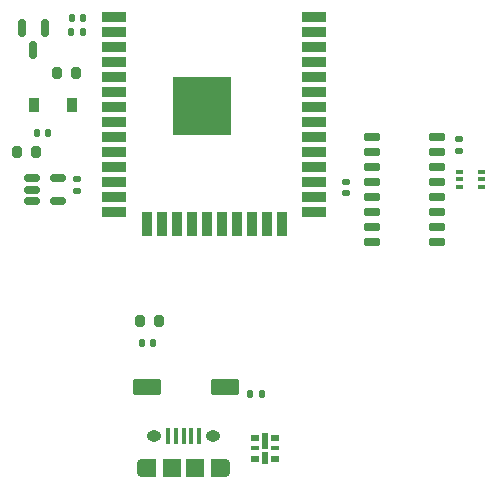
<source format=gbr>
%TF.GenerationSoftware,KiCad,Pcbnew,(6.0.0-0)*%
%TF.CreationDate,2022-09-01T13:13:12-04:00*%
%TF.ProjectId,Dome_Controller,446f6d65-5f43-46f6-9e74-726f6c6c6572,rev?*%
%TF.SameCoordinates,Original*%
%TF.FileFunction,Paste,Top*%
%TF.FilePolarity,Positive*%
%FSLAX46Y46*%
G04 Gerber Fmt 4.6, Leading zero omitted, Abs format (unit mm)*
G04 Created by KiCad (PCBNEW (6.0.0-0)) date 2022-09-01 13:13:12*
%MOMM*%
%LPD*%
G01*
G04 APERTURE LIST*
G04 Aperture macros list*
%AMRoundRect*
0 Rectangle with rounded corners*
0 $1 Rounding radius*
0 $2 $3 $4 $5 $6 $7 $8 $9 X,Y pos of 4 corners*
0 Add a 4 corners polygon primitive as box body*
4,1,4,$2,$3,$4,$5,$6,$7,$8,$9,$2,$3,0*
0 Add four circle primitives for the rounded corners*
1,1,$1+$1,$2,$3*
1,1,$1+$1,$4,$5*
1,1,$1+$1,$6,$7*
1,1,$1+$1,$8,$9*
0 Add four rect primitives between the rounded corners*
20,1,$1+$1,$2,$3,$4,$5,0*
20,1,$1+$1,$4,$5,$6,$7,0*
20,1,$1+$1,$6,$7,$8,$9,0*
20,1,$1+$1,$8,$9,$2,$3,0*%
G04 Aperture macros list end*
%ADD10C,0.010000*%
%ADD11RoundRect,0.140000X-0.170000X0.140000X-0.170000X-0.140000X0.170000X-0.140000X0.170000X0.140000X0*%
%ADD12RoundRect,0.200000X-0.200000X-0.275000X0.200000X-0.275000X0.200000X0.275000X-0.200000X0.275000X0*%
%ADD13O,0.890000X1.550000*%
%ADD14O,1.250000X0.950000*%
%ADD15R,0.400000X1.350000*%
%ADD16R,1.500000X1.550000*%
%ADD17R,1.200000X1.550000*%
%ADD18R,2.000000X0.900000*%
%ADD19R,0.900000X2.000000*%
%ADD20R,5.000000X5.000000*%
%ADD21RoundRect,0.140000X0.140000X0.170000X-0.140000X0.170000X-0.140000X-0.170000X0.140000X-0.170000X0*%
%ADD22RoundRect,0.083990X-1.126010X-0.556010X1.126010X-0.556010X1.126010X0.556010X-1.126010X0.556010X0*%
%ADD23R,0.914400X1.219200*%
%ADD24RoundRect,0.150000X-0.150000X0.587500X-0.150000X-0.587500X0.150000X-0.587500X0.150000X0.587500X0*%
%ADD25R,0.800000X0.500000*%
%ADD26R,0.500000X1.000000*%
%ADD27R,0.800000X0.300000*%
%ADD28R,0.500000X1.480000*%
%ADD29RoundRect,0.135000X-0.135000X-0.185000X0.135000X-0.185000X0.135000X0.185000X-0.135000X0.185000X0*%
%ADD30RoundRect,0.140000X-0.140000X-0.170000X0.140000X-0.170000X0.140000X0.170000X-0.140000X0.170000X0*%
%ADD31RoundRect,0.049600X-0.605400X-0.260400X0.605400X-0.260400X0.605400X0.260400X-0.605400X0.260400X0*%
%ADD32RoundRect,0.150000X-0.512500X-0.150000X0.512500X-0.150000X0.512500X0.150000X-0.512500X0.150000X0*%
%ADD33RoundRect,0.200000X0.200000X0.275000X-0.200000X0.275000X-0.200000X-0.275000X0.200000X-0.275000X0*%
G04 APERTURE END LIST*
D10*
%TO.C,U5*%
X139855000Y-83170800D02*
X140305000Y-83170800D01*
X140305000Y-83170800D02*
X140305000Y-83420800D01*
X140305000Y-83420800D02*
X139855000Y-83420800D01*
X139855000Y-83420800D02*
X139855000Y-83170800D01*
G36*
X140305000Y-83420800D02*
G01*
X139855000Y-83420800D01*
X139855000Y-83170800D01*
X140305000Y-83170800D01*
X140305000Y-83420800D01*
G37*
X140305000Y-83420800D02*
X139855000Y-83420800D01*
X139855000Y-83170800D01*
X140305000Y-83170800D01*
X140305000Y-83420800D01*
X139855000Y-83820800D02*
X140305000Y-83820800D01*
X140305000Y-83820800D02*
X140305000Y-84070800D01*
X140305000Y-84070800D02*
X139855000Y-84070800D01*
X139855000Y-84070800D02*
X139855000Y-83820800D01*
G36*
X140305000Y-84070800D02*
G01*
X139855000Y-84070800D01*
X139855000Y-83820800D01*
X140305000Y-83820800D01*
X140305000Y-84070800D01*
G37*
X140305000Y-84070800D02*
X139855000Y-84070800D01*
X139855000Y-83820800D01*
X140305000Y-83820800D01*
X140305000Y-84070800D01*
X138005000Y-84470800D02*
X138455000Y-84470800D01*
X138455000Y-84470800D02*
X138455000Y-84720800D01*
X138455000Y-84720800D02*
X138005000Y-84720800D01*
X138005000Y-84720800D02*
X138005000Y-84470800D01*
G36*
X138455000Y-84720800D02*
G01*
X138005000Y-84720800D01*
X138005000Y-84470800D01*
X138455000Y-84470800D01*
X138455000Y-84720800D01*
G37*
X138455000Y-84720800D02*
X138005000Y-84720800D01*
X138005000Y-84470800D01*
X138455000Y-84470800D01*
X138455000Y-84720800D01*
X138005000Y-83820800D02*
X138455000Y-83820800D01*
X138455000Y-83820800D02*
X138455000Y-84070800D01*
X138455000Y-84070800D02*
X138005000Y-84070800D01*
X138005000Y-84070800D02*
X138005000Y-83820800D01*
G36*
X138455000Y-84070800D02*
G01*
X138005000Y-84070800D01*
X138005000Y-83820800D01*
X138455000Y-83820800D01*
X138455000Y-84070800D01*
G37*
X138455000Y-84070800D02*
X138005000Y-84070800D01*
X138005000Y-83820800D01*
X138455000Y-83820800D01*
X138455000Y-84070800D01*
X139855000Y-84470800D02*
X140305000Y-84470800D01*
X140305000Y-84470800D02*
X140305000Y-84720800D01*
X140305000Y-84720800D02*
X139855000Y-84720800D01*
X139855000Y-84720800D02*
X139855000Y-84470800D01*
G36*
X140305000Y-84720800D02*
G01*
X139855000Y-84720800D01*
X139855000Y-84470800D01*
X140305000Y-84470800D01*
X140305000Y-84720800D01*
G37*
X140305000Y-84720800D02*
X139855000Y-84720800D01*
X139855000Y-84470800D01*
X140305000Y-84470800D01*
X140305000Y-84720800D01*
X138005000Y-83170800D02*
X138455000Y-83170800D01*
X138455000Y-83170800D02*
X138455000Y-83420800D01*
X138455000Y-83420800D02*
X138005000Y-83420800D01*
X138005000Y-83420800D02*
X138005000Y-83170800D01*
G36*
X138455000Y-83420800D02*
G01*
X138005000Y-83420800D01*
X138005000Y-83170800D01*
X138455000Y-83170800D01*
X138455000Y-83420800D01*
G37*
X138455000Y-83420800D02*
X138005000Y-83420800D01*
X138005000Y-83170800D01*
X138455000Y-83170800D01*
X138455000Y-83420800D01*
%TD*%
D11*
%TO.C,C4*%
X138220000Y-80620000D03*
X138220000Y-81580000D03*
%TD*%
D12*
%TO.C,R2*%
X104165000Y-75030000D03*
X105815000Y-75030000D03*
%TD*%
%TO.C,R3*%
X100755000Y-81700000D03*
X102405000Y-81700000D03*
%TD*%
D13*
%TO.C,J1*%
X118400000Y-108450000D03*
D14*
X112400000Y-105750000D03*
D13*
X111400000Y-108450000D03*
D14*
X117400000Y-105750000D03*
D15*
X113600000Y-105750000D03*
X114250000Y-105750000D03*
X114900000Y-105750000D03*
X115550000Y-105750000D03*
X116200000Y-105750000D03*
D16*
X115900000Y-108450000D03*
D17*
X112000000Y-108450000D03*
X117800000Y-108450000D03*
D16*
X113900000Y-108450000D03*
%TD*%
D18*
%TO.C,U1*%
X108980000Y-70245000D03*
X108980000Y-71515000D03*
X108980000Y-72785000D03*
X108980000Y-74055000D03*
X108980000Y-75325000D03*
X108980000Y-76595000D03*
X108980000Y-77865000D03*
X108980000Y-79135000D03*
X108980000Y-80405000D03*
X108980000Y-81675000D03*
X108980000Y-82945000D03*
X108980000Y-84215000D03*
X108980000Y-85485000D03*
X108980000Y-86755000D03*
D19*
X111765000Y-87755000D03*
X113035000Y-87755000D03*
X114305000Y-87755000D03*
X115575000Y-87755000D03*
X116845000Y-87755000D03*
X118115000Y-87755000D03*
X119385000Y-87755000D03*
X120655000Y-87755000D03*
X121925000Y-87755000D03*
X123195000Y-87755000D03*
D18*
X125980000Y-86755000D03*
X125980000Y-85485000D03*
X125980000Y-84215000D03*
X125980000Y-82945000D03*
X125980000Y-81675000D03*
X125980000Y-80405000D03*
X125980000Y-79135000D03*
X125980000Y-77865000D03*
X125980000Y-76595000D03*
X125980000Y-75325000D03*
X125980000Y-74055000D03*
X125980000Y-72785000D03*
X125980000Y-71515000D03*
X125980000Y-70245000D03*
D20*
X116480000Y-77745000D03*
%TD*%
D21*
%TO.C,C3*%
X106350000Y-71550000D03*
X105390000Y-71550000D03*
%TD*%
%TO.C,C5*%
X103440000Y-80110000D03*
X102480000Y-80110000D03*
%TD*%
%TO.C,C2*%
X106390000Y-70320000D03*
X105430000Y-70320000D03*
%TD*%
D22*
%TO.C,SW1*%
X118375000Y-101600000D03*
X111795000Y-101600000D03*
%TD*%
D11*
%TO.C,C7*%
X105870000Y-83990000D03*
X105870000Y-84950000D03*
%TD*%
D23*
%TO.C,CR1*%
X105476800Y-77738500D03*
X102200200Y-77738500D03*
%TD*%
D24*
%TO.C,U2*%
X103130000Y-71142500D03*
X101230000Y-71142500D03*
X102180000Y-73017500D03*
%TD*%
D11*
%TO.C,C6*%
X128680000Y-84190000D03*
X128680000Y-85150000D03*
%TD*%
D25*
%TO.C,D1*%
X122650000Y-107670000D03*
D26*
X121800000Y-107600000D03*
D27*
X122650000Y-106770000D03*
D25*
X122650000Y-105870000D03*
X120950000Y-105870000D03*
D27*
X120950000Y-106770000D03*
D28*
X121800000Y-106180000D03*
D25*
X120950000Y-107670000D03*
%TD*%
D29*
%TO.C,R4*%
X120550000Y-102200000D03*
X121570000Y-102200000D03*
%TD*%
D30*
%TO.C,C1*%
X111350000Y-97870000D03*
X112310000Y-97870000D03*
%TD*%
D31*
%TO.C,U4*%
X130845000Y-80395000D03*
X130845000Y-81665000D03*
X130845000Y-82935000D03*
X130845000Y-84205000D03*
X130845000Y-85475000D03*
X130845000Y-86745000D03*
X130845000Y-88015000D03*
X130845000Y-89285000D03*
X136345000Y-89285000D03*
X136345000Y-88015000D03*
X136345000Y-86745000D03*
X136345000Y-85475000D03*
X136345000Y-84205000D03*
X136345000Y-82935000D03*
X136345000Y-81665000D03*
X136345000Y-80395000D03*
%TD*%
D32*
%TO.C,U3*%
X102032500Y-83920000D03*
X102032500Y-84870000D03*
X102032500Y-85820000D03*
X104307500Y-85820000D03*
X104307500Y-83920000D03*
%TD*%
D33*
%TO.C,R1*%
X112855000Y-96010000D03*
X111205000Y-96010000D03*
%TD*%
M02*

</source>
